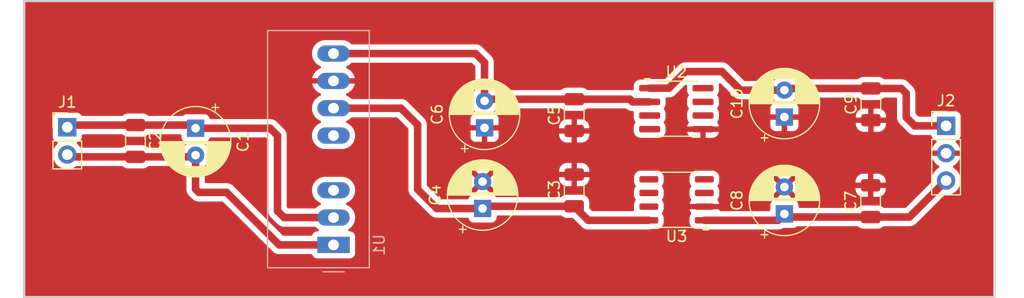
<source format=kicad_pcb>
(kicad_pcb (version 20240108) (generator "pcbnew") (generator_version "8.0")
  (layers (0 "F.Cu" signal) (31 "B.Cu" signal) (34 "B.Paste" user) (35 "F.Paste" user) (36 "B.SilkS" user "B.Silkscreen") (37 "F.SilkS" user "F.Silkscreen") (38 "B.Mask" user) (39 "F.Mask" user) (44 "Edge.Cuts" user))
  (net 0 "")
  (net 1 "Net-(J1-Pin_2)")
  (net 2 "Net-(J1-Pin_1)")
  (net 3 "Net-(U1-+VOUT)")
  (net 4 "Net-(U1--VOUT)")
  (net 5 "Net-(J2-Pin_3)")
  (net 6 "Net-(J2-Pin_1)")
  (net 11 "GND")
  (footprint "Capacitor_THT:CP_Radial_D6.3mm_P2.50mm" (layer "F.Cu") (at 180.5375 95.552377 90)
    (property "Reference" "C10" (at 1.25 -4.4 270) (layer "F.SilkS"))
    (property "Value" "100u")
    (pad "1" thru_hole rect (at 0 0 90) (size 1.6 1.6) (drill 0.8) (layers "*.Cu" "*.Mask") (net 11 "GND"))
    (pad "2" thru_hole circle (at 2.5 0 90) (size 1.6 1.6) (drill 0.8) (layers "*.Cu" "*.Mask") (net 6 "Net-(J2-Pin_1)"))
  )
  (footprint "Connector_PinHeader_2.54mm:PinHeader_1x03_P2.54mm_Vertical" (layer "F.Cu") (at 195.5375 96.37)
    (property "Reference" "J2" (at 0 -2.33 0) (layer "F.SilkS"))
    (property "Value" "Conn_01x03_Pin")
    (pad "1" thru_hole rect (at 0 0) (size 1.7 1.7) (drill 1) (layers "*.Cu" "*.Mask") (net 6 "Net-(J2-Pin_1)"))
    (pad "2" thru_hole oval (at 0 2.54) (size 1.7 1.7) (drill 1) (layers "*.Cu" "*.Mask") (net 11 "GND"))
    (pad "3" thru_hole oval (at 0 5.08) (size 1.7 1.7) (drill 1) (layers "*.Cu" "*.Mask") (net 5 "Net-(J2-Pin_3)"))
  )
  (footprint "Capacitor_SMD:C_1206_3216Metric" (layer "F.Cu") (at 188.5375 103.37 90)
    (property "Reference" "C7" (at 0 -1.85 270) (layer "F.SilkS"))
    (property "Value" "100n")
    (pad "1" smd roundrect (at -1.475 0 90) (size 1.15 1.8) (layers "F.Cu" "F.Paste" "F.Mask") (roundrect_rratio 0.217391) (net 5 "Net-(J2-Pin_3)"))
    (pad "2" smd roundrect (at 1.475 0 90) (size 1.15 1.8) (layers "F.Cu" "F.Paste" "F.Mask") (roundrect_rratio 0.217391) (net 11 "GND"))
  )
  (footprint "Capacitor_SMD:C_1206_3216Metric" (layer "F.Cu") (at 161.0375 95.37 90)
    (property "Reference" "C5" (at 0 -1.85 270) (layer "F.SilkS"))
    (property "Value" "100n")
    (pad "1" smd roundrect (at -1.475 0 90) (size 1.15 1.8) (layers "F.Cu" "F.Paste" "F.Mask") (roundrect_rratio 0.217391) (net 11 "GND"))
    (pad "2" smd roundrect (at 1.475 0 90) (size 1.15 1.8) (layers "F.Cu" "F.Paste" "F.Mask") (roundrect_rratio 0.217391) (net 4 "Net-(U1--VOUT)"))
  )
  (footprint "Package_SO:SOIC-8_3.9x4.9mm_P1.27mm" (layer "F.Cu") (at 170.5125 94.775)
    (property "Reference" "U2" (at 0 -3.4 0) (layer "F.SilkS"))
    (property "Value" "MC79L12_SO8")
    (pad "1" smd roundrect (at -2.475 -1.905) (size 1.95 0.6) (layers "F.Cu" "F.Paste" "F.Mask") (net 6 "Net-(J2-Pin_1)"))
    (pad "2" smd roundrect (at -2.475 -0.635) (size 1.95 0.6) (layers "F.Cu" "F.Paste" "F.Mask") (net 4 "Net-(U1--VOUT)"))
    (pad "3" smd roundrect (at -2.475 0.635) (size 1.95 0.6) (layers "F.Cu" "F.Paste" "F.Mask") (net 4 "Net-(U1--VOUT)"))
    (pad "4" smd roundrect (at -2.475 1.905) (size 1.95 0.6) (layers "F.Cu" "F.Paste" "F.Mask"))
    (pad "5" smd roundrect (at 2.475 1.905) (size 1.95 0.6) (layers "F.Cu" "F.Paste" "F.Mask") (net 11 "GND"))
    (pad "6" smd roundrect (at 2.475 0.635) (size 1.95 0.6) (layers "F.Cu" "F.Paste" "F.Mask") (net 4 "Net-(U1--VOUT)"))
    (pad "7" smd roundrect (at 2.475 -0.635) (size 1.95 0.6) (layers "F.Cu" "F.Paste" "F.Mask") (net 4 "Net-(U1--VOUT)"))
    (pad "8" smd roundrect (at 2.475 -1.905) (size 1.95 0.6) (layers "F.Cu" "F.Paste" "F.Mask"))
  )
  (footprint "Capacitor_SMD:C_1206_3216Metric" (layer "F.Cu") (at 188.5625 94.37 90)
    (property "Reference" "C9" (at 0 -1.85 270) (layer "F.SilkS"))
    (property "Value" "100n")
    (pad "1" smd roundrect (at -1.475 0 90) (size 1.15 1.8) (layers "F.Cu" "F.Paste" "F.Mask") (roundrect_rratio 0.217391) (net 11 "GND"))
    (pad "2" smd roundrect (at 1.475 0 90) (size 1.15 1.8) (layers "F.Cu" "F.Paste" "F.Mask") (roundrect_rratio 0.217391) (net 6 "Net-(J2-Pin_1)"))
  )
  (footprint "Capacitor_SMD:C_1206_3216Metric" (layer "F.Cu") (at 120.330121 97.775002 -90)
    (property "Reference" "C2" (at 0 -1.85 90) (layer "F.SilkS"))
    (property "Value" "100n")
    (pad "1" smd roundrect (at -1.475 0 270) (size 1.15 1.8) (layers "F.Cu" "F.Paste" "F.Mask") (roundrect_rratio 0.217391) (net 2 "Net-(J1-Pin_1)"))
    (pad "2" smd roundrect (at 1.475 0 270) (size 1.15 1.8) (layers "F.Cu" "F.Paste" "F.Mask") (roundrect_rratio 0.217391) (net 1 "Net-(J1-Pin_2)"))
  )
  (footprint "Capacitor_THT:CP_Radial_D6.3mm_P2.50mm" (layer "F.Cu") (at 125.9125 96.592621 -90)
    (property "Reference" "C1" (at 1.25 -4.4 90) (layer "F.SilkS"))
    (property "Value" "100u")
    (pad "1" thru_hole rect (at 0 0 270) (size 1.6 1.6) (drill 0.8) (layers "*.Cu" "*.Mask") (net 2 "Net-(J1-Pin_1)"))
    (pad "2" thru_hole circle (at 2.5 0 270) (size 1.6 1.6) (drill 0.8) (layers "*.Cu" "*.Mask") (net 1 "Net-(J1-Pin_2)"))
  )
  (footprint "Package_SO:SO-8_3.9x4.9mm_P1.27mm" (layer "F.Cu") (at 170.5375 103.24 180)
    (property "Reference" "U3" (at 0 -3.4 180) (layer "F.SilkS"))
    (property "Value" "uA7812SO8")
    (pad "1" smd roundrect (at -2.575 -1.905 180) (size 1.75 0.6) (layers "F.Cu" "F.Paste" "F.Mask") (net 5 "Net-(J2-Pin_3)"))
    (pad "2" smd roundrect (at -2.575 -0.635 180) (size 1.75 0.6) (layers "F.Cu" "F.Paste" "F.Mask") (net 11 "GND"))
    (pad "3" smd roundrect (at -2.575 0.635 180) (size 1.75 0.6) (layers "F.Cu" "F.Paste" "F.Mask"))
    (pad "4" smd roundrect (at -2.575 1.905 180) (size 1.75 0.6) (layers "F.Cu" "F.Paste" "F.Mask"))
    (pad "5" smd roundrect (at 2.575 1.905 180) (size 1.75 0.6) (layers "F.Cu" "F.Paste" "F.Mask"))
    (pad "6" smd roundrect (at 2.575 0.635 180) (size 1.75 0.6) (layers "F.Cu" "F.Paste" "F.Mask"))
    (pad "7" smd roundrect (at 2.575 -0.635 180) (size 1.75 0.6) (layers "F.Cu" "F.Paste" "F.Mask"))
    (pad "8" smd roundrect (at 2.575 -1.905 180) (size 1.75 0.6) (layers "F.Cu" "F.Paste" "F.Mask") (net 3 "Net-(U1-+VOUT)"))
  )
  (footprint "Capacitor_THT:CP_Radial_D6.3mm_P2.50mm" (layer "F.Cu") (at 180.5375 104.552377 90)
    (property "Reference" "C8" (at 1.25 -4.4 270) (layer "F.SilkS"))
    (property "Value" "100u")
    (pad "1" thru_hole rect (at 0 0 90) (size 1.6 1.6) (drill 0.8) (layers "*.Cu" "*.Mask") (net 5 "Net-(J2-Pin_3)"))
    (pad "2" thru_hole circle (at 2.5 0 90) (size 1.6 1.6) (drill 0.8) (layers "*.Cu" "*.Mask") (net 11 "GND"))
  )
  (footprint "Capacitor_THT:CP_Radial_D6.3mm_P2.50mm" (layer "F.Cu") (at 152.5375 104.052379 90)
    (property "Reference" "C4" (at 1.25 -4.4 270) (layer "F.SilkS"))
    (property "Value" "100u")
    (pad "1" thru_hole rect (at 0 0 90) (size 1.6 1.6) (drill 0.8) (layers "*.Cu" "*.Mask") (net 3 "Net-(U1-+VOUT)"))
    (pad "2" thru_hole circle (at 2.5 0 90) (size 1.6 1.6) (drill 0.8) (layers "*.Cu" "*.Mask") (net 11 "GND"))
  )
  (footprint "Connector_PinHeader_2.54mm:PinHeader_1x02_P2.54mm_Vertical" (layer "F.Cu") (at 114.0125 96.5)
    (property "Reference" "J1" (at 0 -2.33 0) (layer "F.SilkS"))
    (property "Value" "Conn_01x02_Pin")
    (pad "1" thru_hole rect (at 0 0) (size 1.7 1.7) (drill 1) (layers "*.Cu" "*.Mask") (net 2 "Net-(J1-Pin_1)"))
    (pad "2" thru_hole oval (at 0 2.54) (size 1.7 1.7) (drill 1) (layers "*.Cu" "*.Mask") (net 1 "Net-(J1-Pin_2)"))
  )
  (footprint "Capacitor_THT:CP_Radial_D6.3mm_P2.50mm" (layer "F.Cu") (at 152.719879 96.552377 90)
    (property "Reference" "C6" (at 1.25 -4.4 270) (layer "F.SilkS"))
    (property "Value" "100u")
    (pad "1" thru_hole rect (at 0 0 90) (size 1.6 1.6) (drill 0.8) (layers "*.Cu" "*.Mask") (net 11 "GND"))
    (pad "2" thru_hole circle (at 2.5 0 90) (size 1.6 1.6) (drill 0.8) (layers "*.Cu" "*.Mask") (net 4 "Net-(U1--VOUT)"))
  )
  (footprint "Capacitor_SMD:C_1206_3216Metric" (layer "F.Cu") (at 161.0375 102.37 90)
    (property "Reference" "C3" (at 0 -1.85 270) (layer "F.SilkS"))
    (property "Value" "100n")
    (pad "1" smd roundrect (at -1.475 0 90) (size 1.15 1.8) (layers "F.Cu" "F.Paste" "F.Mask") (roundrect_rratio 0.217391) (net 3 "Net-(U1-+VOUT)"))
    (pad "2" smd roundrect (at 1.475 0 90) (size 1.15 1.8) (layers "F.Cu" "F.Paste" "F.Mask") (roundrect_rratio 0.217391) (net 11 "GND"))
  )
  (footprint "Converter_DCDC:Converter_DCDC_TRACO_TMR-xxxx_THT" (layer "B.Cu") (at 138.71 107.4325 90)
    (property "Reference" "U1" (at 0 4.24 270) (layer "B.SilkS") (effects (justify mirror)))
    (property "Value" "TMR-0523")
    (pad "1" thru_hole rect (at 0 0 90) (size 1.5 3) (drill 1) (layers "*.Cu" "*.Mask") (net 1 "Net-(J1-Pin_2)"))
    (pad "2" thru_hole oval (at 2.54 0 90) (size 1.5 3) (drill 1) (layers "*.Cu" "*.Mask") (net 2 "Net-(J1-Pin_1)"))
    (pad "3" thru_hole oval (at 5.08 0 90) (size 1.5 3) (drill 1) (layers "*.Cu" "*.Mask"))
    (pad "5" thru_hole oval (at 10.16 0 90) (size 1.5 3) (drill 1) (layers "*.Cu" "*.Mask"))
    (pad "6" thru_hole oval (at 12.7 0 90) (size 1.5 3) (drill 1) (layers "*.Cu" "*.Mask") (net 3 "Net-(U1-+VOUT)"))
    (pad "7" thru_hole oval (at 15.24 0 90) (size 1.5 3) (drill 1) (layers "*.Cu" "*.Mask") (net 11 "GND"))
    (pad "8" thru_hole oval (at 17.78 0 90) (size 1.5 3) (drill 1) (layers "*.Cu" "*.Mask") (net 4 "Net-(U1--VOUT)"))
  )
  (gr_line (start 110.0125 84.775) (end 200.0125 84.775) (stroke (width 0.2)) (layer "F.Cu") (net 11))
  (gr_line (start 110.0125 112.275) (end 110.0125 84.775) (stroke (width 0.2)) (layer "F.Cu") (net 11))
  (gr_line (start 200.0125 112.275) (end 110.0125 112.275) (stroke (width 0.2)) (layer "F.Cu") (net 11))
  (gr_line (start 200.0125 84.775) (end 200.0125 112.275) (stroke (width 0.2)) (layer "F.Cu") (net 11))
  (gr_line (start 200.0125 84.775) (end 200.0125 112.275) (stroke (width 0.2)) (layer "Edge.Cuts"))
  (gr_line (start 110.0125 84.775) (end 200.0125 84.775) (stroke (width 0.2)) (layer "Edge.Cuts"))
  (gr_line (start 110.0125 112.275) (end 110.0125 84.775) (stroke (width 0.2)) (layer "Edge.Cuts"))
  (gr_line (start 200.0125 112.275) (end 110.0125 112.275) (stroke (width 0.2)) (layer "Edge.Cuts"))
  (segment (start 128.7875 102.55) (end 126.2125 102.55) (width 0.7) (layer "F.Cu") (net 1))
  (segment (start 120.330121 99.250002) (end 114.222502 99.250002) (width 0.7) (layer "F.Cu") (net 1))
  (segment (start 114.222502 99.250002) (end 114.0125 99.04) (width 0.7) (layer "F.Cu") (net 1))
  (segment (start 120.330121 99.250002) (end 125.755119 99.250002) (width 0.7) (layer "F.Cu") (net 1))
  (segment (start 120.120119 99.04) (end 120.330121 99.250002) (width 0.7) (layer "F.Cu") (net 1))
  (segment (start 138.71 107.4325) (end 133.67 107.4325) (width 0.7) (layer "F.Cu") (net 1))
  (segment (start 125.755119 99.250002) (end 125.9125 99.092621) (width 0.7) (layer "F.Cu") (net 1))
  (segment (start 126.2125 102.55) (end 125.9125 102.25) (width 0.7) (layer "F.Cu") (net 1))
  (segment (start 133.67 107.4325) (end 128.7875 102.55) (width 0.7) (layer "F.Cu") (net 1))
  (segment (start 125.9125 102.25) (end 125.9125 99.092621) (width 0.7) (layer "F.Cu") (net 1))
  (segment (start 125.619881 96.300002) (end 125.9125 96.592621) (width 0.7) (layer "F.Cu") (net 2))
  (segment (start 120.330121 96.300002) (end 125.619881 96.300002) (width 0.7) (layer "F.Cu") (net 2))
  (segment (start 133.5125 97.275) (end 133.5125 104.275) (width 0.7) (layer "F.Cu") (net 2))
  (segment (start 133.5125 104.275) (end 134.13 104.8925) (width 0.7) (layer "F.Cu") (net 2))
  (segment (start 125.9125 96.592621) (end 132.830121 96.592621) (width 0.7) (layer "F.Cu") (net 2))
  (segment (start 120.330121 96.300002) (end 114.212498 96.300002) (width 0.7) (layer "F.Cu") (net 2))
  (segment (start 114.212498 96.300002) (end 114.0125 96.5) (width 0.7) (layer "F.Cu") (net 2))
  (segment (start 120.130123 96.5) (end 120.330121 96.300002) (width 0.7) (layer "F.Cu") (net 2))
  (segment (start 134.13 104.8925) (end 138.71 104.8925) (width 0.7) (layer "F.Cu") (net 2))
  (segment (start 132.830121 96.592621) (end 133.5125 97.275) (width 0.7) (layer "F.Cu") (net 2))
  (segment (start 152.744879 103.845) (end 152.5375 104.052379) (width 0.7) (layer "F.Cu") (net 3))
  (segment (start 152.5375 104.052379) (end 148.289879 104.052379) (width 0.7) (layer "F.Cu") (net 3))
  (segment (start 161.0375 103.845) (end 152.744879 103.845) (width 0.7) (layer "F.Cu") (net 3))
  (segment (start 148.289879 104.052379) (end 146.5125 102.275) (width 0.7) (layer "F.Cu") (net 3))
  (segment (start 167.9625 105.145) (end 162.3375 105.145) (width 0.7) (layer "F.Cu") (net 3))
  (segment (start 162.3375 105.145) (end 161.0375 103.845) (width 0.7) (layer "F.Cu") (net 3))
  (segment (start 146.5125 96.275) (end 144.97 94.7325) (width 0.7) (layer "F.Cu") (net 3))
  (segment (start 146.5125 102.275) (end 146.5125 96.275) (width 0.7) (layer "F.Cu") (net 3))
  (segment (start 144.97 94.7325) (end 138.71 94.7325) (width 0.7) (layer "F.Cu") (net 3))
  (segment (start 166.2075 93.895) (end 166.4525 94.14) (width 0.7) (layer "F.Cu") (net 4))
  (segment (start 151.89 89.6525) (end 138.71 89.6525) (width 0.7) (layer "F.Cu") (net 4))
  (segment (start 152.719879 90.482379) (end 151.89 89.6525) (width 0.7) (layer "F.Cu") (net 4))
  (segment (start 152.877256 93.895) (end 152.719879 94.052377) (width 0.7) (layer "F.Cu") (net 4))
  (segment (start 166.4525 94.14) (end 168.0375 94.14) (width 0.7) (layer "F.Cu") (net 4))
  (segment (start 161.0375 93.895) (end 166.2075 93.895) (width 0.7) (layer "F.Cu") (net 4))
  (segment (start 152.719879 94.052377) (end 152.719879 90.482379) (width 0.7) (layer "F.Cu") (net 4))
  (segment (start 161.0375 93.895) (end 152.877256 93.895) (width 0.7) (layer "F.Cu") (net 4))
  (segment (start 179.944877 105.145) (end 180.5375 104.552377) (width 0.7) (layer "F.Cu") (net 5))
  (segment (start 192.1425 104.845) (end 195.5375 101.45) (width 0.7) (layer "F.Cu") (net 5))
  (segment (start 180.830123 104.845) (end 180.5375 104.552377) (width 0.7) (layer "F.Cu") (net 5))
  (segment (start 188.5375 104.845) (end 192.1425 104.845) (width 0.7) (layer "F.Cu") (net 5))
  (segment (start 173.1125 105.145) (end 179.944877 105.145) (width 0.7) (layer "F.Cu") (net 5))
  (segment (start 188.5375 104.845) (end 180.830123 104.845) (width 0.7) (layer "F.Cu") (net 5))
  (segment (start 169.8175 92.87) (end 171.3625 91.325) (width 0.7) (layer "F.Cu") (net 6))
  (segment (start 188.5625 92.895) (end 180.694877 92.895) (width 0.7) (layer "F.Cu") (net 6))
  (segment (start 191.8375 95.575) (end 191.8375 93.35) (width 0.7) (layer "F.Cu") (net 6))
  (segment (start 191.3825 92.895) (end 188.5625 92.895) (width 0.7) (layer "F.Cu") (net 6))
  (segment (start 176.464877 93.052377) (end 180.5375 93.052377) (width 0.7) (layer "F.Cu") (net 6))
  (segment (start 180.694877 92.895) (end 180.5375 93.052377) (width 0.7) (layer "F.Cu") (net 6))
  (segment (start 195.5375 96.37) (end 192.6325 96.37) (width 0.7) (layer "F.Cu") (net 6))
  (segment (start 168.0375 92.87) (end 169.8175 92.87) (width 0.7) (layer "F.Cu") (net 6))
  (segment (start 191.8375 93.35) (end 191.3825 92.895) (width 0.7) (layer "F.Cu") (net 6))
  (segment (start 171.3625 91.325) (end 174.7375 91.325) (width 0.7) (layer "F.Cu") (net 6))
  (segment (start 192.6325 96.37) (end 191.8375 95.575) (width 0.7) (layer "F.Cu") (net 6))
  (segment (start 174.7375 91.325) (end 176.464877 93.052377) (width 0.7) (layer "F.Cu") (net 6))
  (zone (net 11) (net_name "GND") (layer "F.Cu") (connect_pads (clearance 0.5)) (min_thickness 0.25) (fill yes (thermal_gap 0.5) (thermal_bridge_width 0.5) (island_removal_mode 1) (island_area_min 10))
    (polygon (pts (xy 110.0125 84.775) (xy 200.0125 84.775) (xy 200.0125 112.275) (xy 110.0125 112.275)))
  )
)
</source>
